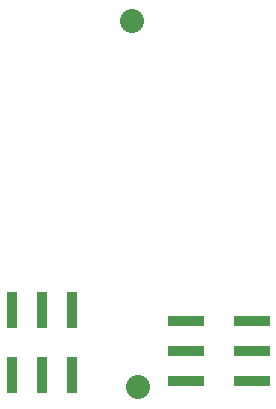
<source format=gbs>
G04 (created by PCBNEW (2013-jul-07)-stable) date Wed 01 Apr 2015 12:24:50 PM EDT*
%MOIN*%
G04 Gerber Fmt 3.4, Leading zero omitted, Abs format*
%FSLAX34Y34*%
G01*
G70*
G90*
G04 APERTURE LIST*
%ADD10C,0.00590551*%
%ADD11R,0.119X0.038*%
%ADD12R,0.038X0.119*%
%ADD13C,0.08*%
G04 APERTURE END LIST*
G54D10*
G54D11*
X32400Y-29200D03*
X32400Y-30200D03*
X32400Y-31200D03*
X34580Y-29200D03*
X34580Y-30200D03*
X34580Y-31200D03*
G54D12*
X26600Y-31000D03*
X27600Y-31000D03*
X28600Y-31000D03*
X26600Y-28820D03*
X27600Y-28820D03*
X28600Y-28820D03*
G54D13*
X30600Y-19200D03*
X30800Y-31400D03*
M02*

</source>
